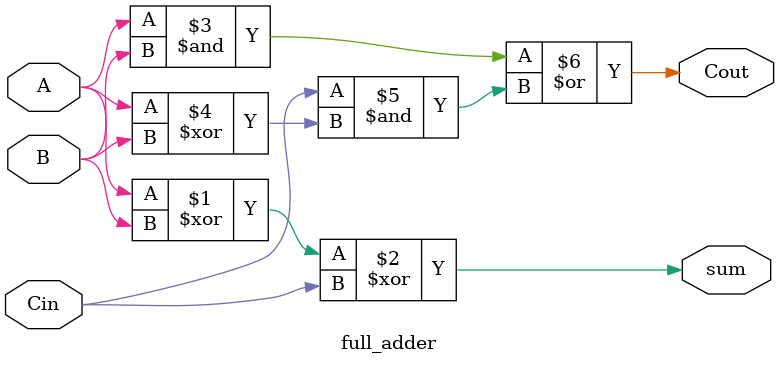
<source format=v>
`timescale 1ns / 1ps
module full_adder(

	input A,
	input B,
	input Cin,
	output sum,
	output Cout

);

assign sum = A ^ B ^ Cin;

assign Cout = (A & B) | (Cin & (A ^ B) );

endmodule

</source>
